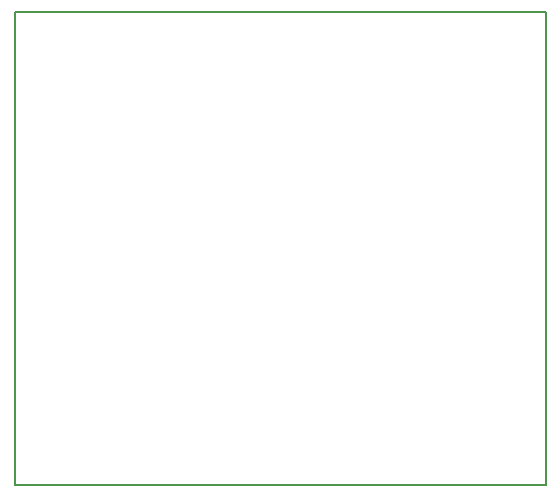
<source format=gbr>
G04 PROTEUS GERBER X2 FILE*
%TF.GenerationSoftware,Labcenter,Proteus,8.6-SP2-Build23525*%
%TF.CreationDate,2018-04-08T18:57:29+00:00*%
%TF.FileFunction,NonPlated,1,2,NPTH*%
%TF.FilePolarity,Positive*%
%TF.Part,Single*%
%FSLAX45Y45*%
%MOMM*%
G01*
%TA.AperFunction,Profile*%
%ADD15C,0.203200*%
%TD.AperFunction*%
D15*
X-9750000Y-1500000D02*
X-5250000Y-1500000D01*
X-5250000Y+2500000D01*
X-9750000Y+2500000D01*
X-9750000Y-1500000D01*
M02*

</source>
